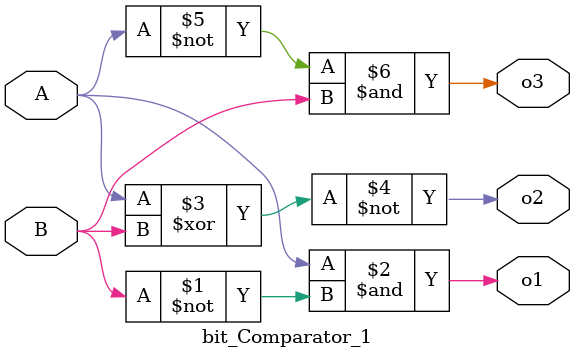
<source format=v>
module bit_Comparator_1(
    input A,
    input B,
    output o1,
    output o2,
    output o3
);

  assign o1 = (A)&(~B);
  assign o2 = ~(A^B);
  assign o3 = (~A)&(B);

endmodule
</source>
